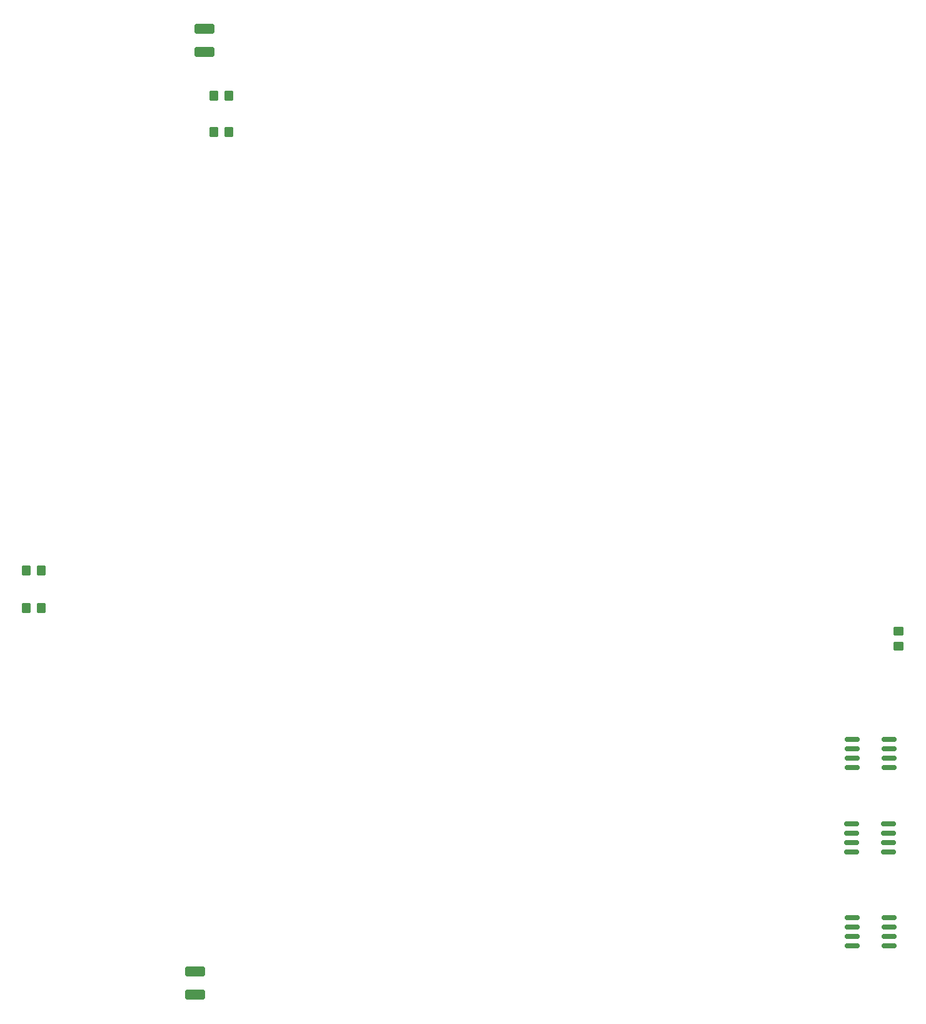
<source format=gtp>
G04 #@! TF.GenerationSoftware,KiCad,Pcbnew,7.0.10*
G04 #@! TF.CreationDate,2024-03-01T12:45:03+01:00*
G04 #@! TF.ProjectId,zapdos,7a617064-6f73-42e6-9b69-6361645f7063,rev?*
G04 #@! TF.SameCoordinates,Original*
G04 #@! TF.FileFunction,Paste,Top*
G04 #@! TF.FilePolarity,Positive*
%FSLAX46Y46*%
G04 Gerber Fmt 4.6, Leading zero omitted, Abs format (unit mm)*
G04 Created by KiCad (PCBNEW 7.0.10) date 2024-03-01 12:45:03*
%MOMM*%
%LPD*%
G01*
G04 APERTURE LIST*
G04 Aperture macros list*
%AMRoundRect*
0 Rectangle with rounded corners*
0 $1 Rounding radius*
0 $2 $3 $4 $5 $6 $7 $8 $9 X,Y pos of 4 corners*
0 Add a 4 corners polygon primitive as box body*
4,1,4,$2,$3,$4,$5,$6,$7,$8,$9,$2,$3,0*
0 Add four circle primitives for the rounded corners*
1,1,$1+$1,$2,$3*
1,1,$1+$1,$4,$5*
1,1,$1+$1,$6,$7*
1,1,$1+$1,$8,$9*
0 Add four rect primitives between the rounded corners*
20,1,$1+$1,$2,$3,$4,$5,0*
20,1,$1+$1,$4,$5,$6,$7,0*
20,1,$1+$1,$6,$7,$8,$9,0*
20,1,$1+$1,$8,$9,$2,$3,0*%
G04 Aperture macros list end*
%ADD10RoundRect,0.250000X-1.100000X0.412500X-1.100000X-0.412500X1.100000X-0.412500X1.100000X0.412500X0*%
%ADD11RoundRect,0.250000X1.100000X-0.412500X1.100000X0.412500X-1.100000X0.412500X-1.100000X-0.412500X0*%
%ADD12RoundRect,0.150000X-0.825000X-0.150000X0.825000X-0.150000X0.825000X0.150000X-0.825000X0.150000X0*%
%ADD13RoundRect,0.250000X0.350000X0.450000X-0.350000X0.450000X-0.350000X-0.450000X0.350000X-0.450000X0*%
%ADD14RoundRect,0.250000X-0.450000X0.350000X-0.450000X-0.350000X0.450000X-0.350000X0.450000X0.350000X0*%
G04 APERTURE END LIST*
D10*
X73025000Y-40055000D03*
X73025000Y-43180000D03*
D11*
X71755000Y-170765000D03*
X71755000Y-167640000D03*
D12*
X160655000Y-147670000D03*
X160655000Y-148940000D03*
X160655000Y-150210000D03*
X160655000Y-151480000D03*
X165605000Y-151480000D03*
X165605000Y-150210000D03*
X165605000Y-148940000D03*
X165605000Y-147670000D03*
X160720000Y-136240000D03*
X160720000Y-137510000D03*
X160720000Y-138780000D03*
X160720000Y-140050000D03*
X165670000Y-140050000D03*
X165670000Y-138780000D03*
X165670000Y-137510000D03*
X165670000Y-136240000D03*
D13*
X76295000Y-53975000D03*
X74295000Y-53975000D03*
X50895000Y-113380000D03*
X48895000Y-113380000D03*
X50895000Y-118460000D03*
X48895000Y-118460000D03*
D14*
X167005000Y-121555000D03*
X167005000Y-123555000D03*
D12*
X160720000Y-160370000D03*
X160720000Y-161640000D03*
X160720000Y-162910000D03*
X160720000Y-164180000D03*
X165670000Y-164180000D03*
X165670000Y-162910000D03*
X165670000Y-161640000D03*
X165670000Y-160370000D03*
D13*
X76295000Y-49120000D03*
X74295000Y-49120000D03*
M02*

</source>
